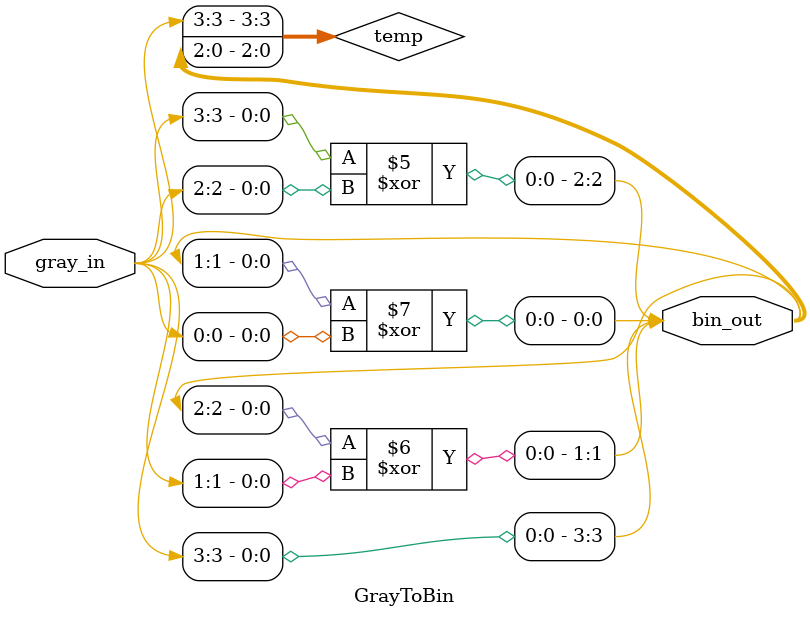
<source format=sv>
/******************************************************************************
***                                                                         ***
*** Ece 527L Experiment #4                      German Zepeda, Spring 2019  ***
*** Experiment #4, FIFO                                                     ***
*******************************************************************************
*** Filename: GrayToBin.sv                                                  ***
***                                                                         ***
*** this files converts gray to binary                                      ***
*******************************************************************************
*/

`timescale 1ps/1ps

module GrayToBin
#(
SIZE=4
)
(
input	[SIZE-1:0]	gray_in,
output	[SIZE-1:0]	bin_out	
);

//reg
	reg [SIZE-1:0] bin_out;
	reg [SIZE-1:0] temp;

//this does gray to binary conversion
always_comb begin : proc_conver
	bin_out[SIZE-1]=gray_in[SIZE-1];
	temp[SIZE-1]=gray_in[SIZE-1];
	for (int i = SIZE-2; i >= 0; i--)
	 begin
		temp[i]=temp[i+1]^gray_in[i];
	end
	bin_out[SIZE-2:0]=temp[SIZE-2:0];
end
endmodule
</source>
